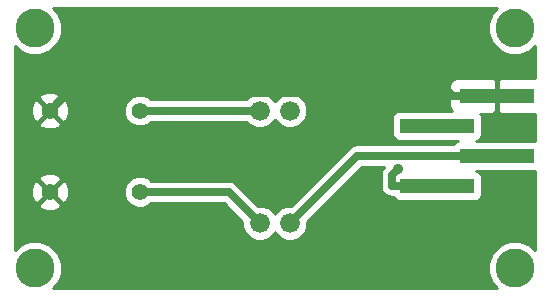
<source format=gtl>
G04 (created by PCBNEW (2013-feb-26)-testing) date Sun 10 Mar 2013 06:05:37 PM PDT*
%MOIN*%
G04 Gerber Fmt 3.4, Leading zero omitted, Abs format*
%FSLAX34Y34*%
G01*
G70*
G90*
G04 APERTURE LIST*
%ADD10C,2.3622e-06*%
%ADD11C,0.13*%
%ADD12R,0.25X0.05*%
%ADD13C,0.066*%
%ADD14C,0.055*%
%ADD15C,0.035*%
%ADD16C,0.025*%
%ADD17C,0.01*%
G04 APERTURE END LIST*
G54D10*
G54D11*
X31000Y-21000D03*
X31000Y-29000D03*
X47000Y-29000D03*
X47000Y-21000D03*
G54D12*
X44402Y-26250D03*
X46398Y-25250D03*
X44402Y-24250D03*
X46398Y-23250D03*
G54D13*
X39500Y-23750D03*
X38500Y-23750D03*
G54D14*
X31500Y-23750D03*
X34500Y-23750D03*
X34500Y-26456D03*
X31500Y-26456D03*
G54D13*
X39500Y-27500D03*
X38500Y-27500D03*
G54D15*
X43112Y-25687D03*
G54D16*
X44402Y-26250D02*
X42902Y-26250D01*
X42902Y-25898D02*
X42902Y-26250D01*
X43112Y-25687D02*
X42902Y-25898D01*
X41750Y-25250D02*
X46397Y-25250D01*
X39500Y-27500D02*
X41750Y-25250D01*
X44826Y-23178D02*
X44897Y-23250D01*
X32071Y-23178D02*
X44826Y-23178D01*
X31500Y-23750D02*
X32071Y-23178D01*
X46397Y-23250D02*
X44897Y-23250D01*
X34500Y-23750D02*
X38500Y-23750D01*
X37456Y-26456D02*
X38500Y-27500D01*
X34500Y-26456D02*
X37456Y-26456D01*
G54D10*
G36*
X47675Y-28402D02*
X47510Y-28237D01*
X47179Y-28100D01*
X46821Y-28099D01*
X46490Y-28236D01*
X46237Y-28489D01*
X46100Y-28820D01*
X46099Y-29178D01*
X46236Y-29509D01*
X46402Y-29675D01*
X32125Y-29675D01*
X32125Y-26332D01*
X32125Y-23625D01*
X32029Y-23395D01*
X32029Y-23395D01*
X31906Y-23379D01*
X31870Y-23414D01*
X31870Y-23343D01*
X31854Y-23220D01*
X31624Y-23125D01*
X31375Y-23124D01*
X31145Y-23220D01*
X31145Y-23220D01*
X31129Y-23343D01*
X31500Y-23714D01*
X31870Y-23343D01*
X31870Y-23414D01*
X31535Y-23750D01*
X31906Y-24120D01*
X32029Y-24104D01*
X32124Y-23874D01*
X32125Y-23625D01*
X32125Y-26332D01*
X32029Y-26102D01*
X32029Y-26102D01*
X31906Y-26086D01*
X31870Y-26121D01*
X31870Y-26050D01*
X31870Y-24156D01*
X31500Y-23785D01*
X31464Y-23820D01*
X31464Y-23750D01*
X31093Y-23379D01*
X30970Y-23395D01*
X30875Y-23625D01*
X30874Y-23874D01*
X30970Y-24104D01*
X30970Y-24104D01*
X31093Y-24120D01*
X31464Y-23750D01*
X31464Y-23820D01*
X31129Y-24156D01*
X31145Y-24279D01*
X31375Y-24374D01*
X31624Y-24375D01*
X31854Y-24279D01*
X31854Y-24279D01*
X31870Y-24156D01*
X31870Y-26050D01*
X31854Y-25926D01*
X31624Y-25831D01*
X31375Y-25831D01*
X31145Y-25926D01*
X31145Y-25926D01*
X31129Y-26050D01*
X31500Y-26421D01*
X31870Y-26050D01*
X31870Y-26121D01*
X31535Y-26456D01*
X31906Y-26827D01*
X32029Y-26810D01*
X32124Y-26581D01*
X32125Y-26332D01*
X32125Y-29675D01*
X31597Y-29675D01*
X31762Y-29510D01*
X31899Y-29179D01*
X31900Y-28821D01*
X31870Y-28750D01*
X31870Y-26862D01*
X31500Y-26492D01*
X31464Y-26527D01*
X31464Y-26456D01*
X31093Y-26086D01*
X30970Y-26102D01*
X30875Y-26332D01*
X30874Y-26580D01*
X30970Y-26810D01*
X30970Y-26810D01*
X31093Y-26827D01*
X31464Y-26456D01*
X31464Y-26527D01*
X31129Y-26862D01*
X31145Y-26986D01*
X31375Y-27081D01*
X31624Y-27081D01*
X31854Y-26986D01*
X31854Y-26986D01*
X31870Y-26862D01*
X31870Y-28750D01*
X31763Y-28490D01*
X31510Y-28237D01*
X31179Y-28100D01*
X30821Y-28099D01*
X30490Y-28236D01*
X30325Y-28402D01*
X30325Y-21597D01*
X30489Y-21762D01*
X30820Y-21899D01*
X31178Y-21900D01*
X31509Y-21763D01*
X31762Y-21510D01*
X31899Y-21179D01*
X31900Y-20821D01*
X31763Y-20490D01*
X31597Y-20325D01*
X46402Y-20325D01*
X46237Y-20489D01*
X46100Y-20820D01*
X46099Y-21178D01*
X46236Y-21509D01*
X46489Y-21762D01*
X46820Y-21899D01*
X47178Y-21900D01*
X47509Y-21763D01*
X47675Y-21597D01*
X47675Y-22650D01*
X47578Y-22649D01*
X46510Y-22650D01*
X46423Y-22737D01*
X46423Y-23225D01*
X46430Y-23225D01*
X46430Y-23275D01*
X46423Y-23275D01*
X46423Y-23762D01*
X46510Y-23850D01*
X47578Y-23850D01*
X47675Y-23849D01*
X47675Y-24750D01*
X47598Y-24749D01*
X45701Y-24749D01*
X45793Y-24712D01*
X45863Y-24641D01*
X45901Y-24549D01*
X45902Y-24450D01*
X45902Y-23950D01*
X45864Y-23858D01*
X45855Y-23850D01*
X46285Y-23850D01*
X46373Y-23762D01*
X46373Y-23275D01*
X46373Y-23225D01*
X46373Y-22737D01*
X46285Y-22650D01*
X45217Y-22649D01*
X45078Y-22650D01*
X44949Y-22703D01*
X44851Y-22802D01*
X44797Y-22930D01*
X44798Y-23137D01*
X44885Y-23225D01*
X46373Y-23225D01*
X46373Y-23275D01*
X44885Y-23275D01*
X44798Y-23362D01*
X44797Y-23569D01*
X44851Y-23698D01*
X44902Y-23749D01*
X43102Y-23749D01*
X43010Y-23787D01*
X42940Y-23858D01*
X42902Y-23950D01*
X42901Y-24049D01*
X42901Y-24549D01*
X42939Y-24641D01*
X43010Y-24711D01*
X43102Y-24749D01*
X43201Y-24750D01*
X45098Y-24750D01*
X45006Y-24787D01*
X44936Y-24858D01*
X44929Y-24875D01*
X41750Y-24875D01*
X41606Y-24903D01*
X41484Y-24984D01*
X40080Y-26389D01*
X40080Y-23635D01*
X39991Y-23421D01*
X39828Y-23258D01*
X39615Y-23170D01*
X39385Y-23169D01*
X39171Y-23258D01*
X39008Y-23421D01*
X39000Y-23441D01*
X38991Y-23421D01*
X38828Y-23258D01*
X38615Y-23170D01*
X38385Y-23169D01*
X38171Y-23258D01*
X38054Y-23375D01*
X34867Y-23375D01*
X34797Y-23305D01*
X34604Y-23225D01*
X34396Y-23224D01*
X34203Y-23304D01*
X34055Y-23452D01*
X33975Y-23645D01*
X33974Y-23853D01*
X34054Y-24047D01*
X34202Y-24194D01*
X34395Y-24274D01*
X34603Y-24275D01*
X34797Y-24195D01*
X34867Y-24125D01*
X38054Y-24125D01*
X38171Y-24241D01*
X38384Y-24329D01*
X38614Y-24330D01*
X38828Y-24241D01*
X38991Y-24078D01*
X38999Y-24058D01*
X39008Y-24078D01*
X39171Y-24241D01*
X39384Y-24329D01*
X39614Y-24330D01*
X39828Y-24241D01*
X39991Y-24078D01*
X40079Y-23865D01*
X40080Y-23635D01*
X40080Y-26389D01*
X39549Y-26920D01*
X39385Y-26919D01*
X39171Y-27008D01*
X39008Y-27171D01*
X39000Y-27191D01*
X38991Y-27171D01*
X38828Y-27008D01*
X38615Y-26920D01*
X38450Y-26919D01*
X37721Y-26191D01*
X37600Y-26110D01*
X37456Y-26081D01*
X34867Y-26081D01*
X34797Y-26011D01*
X34604Y-25931D01*
X34396Y-25931D01*
X34203Y-26011D01*
X34055Y-26158D01*
X33975Y-26351D01*
X33974Y-26560D01*
X34054Y-26753D01*
X34202Y-26901D01*
X34395Y-26981D01*
X34603Y-26981D01*
X34797Y-26902D01*
X34867Y-26831D01*
X37301Y-26831D01*
X37920Y-27450D01*
X37919Y-27614D01*
X38008Y-27828D01*
X38171Y-27991D01*
X38384Y-28079D01*
X38614Y-28080D01*
X38828Y-27991D01*
X38991Y-27828D01*
X38999Y-27808D01*
X39008Y-27828D01*
X39171Y-27991D01*
X39384Y-28079D01*
X39614Y-28080D01*
X39828Y-27991D01*
X39991Y-27828D01*
X40079Y-27615D01*
X40080Y-27450D01*
X41905Y-25625D01*
X42645Y-25625D01*
X42636Y-25633D01*
X42555Y-25754D01*
X42527Y-25898D01*
X42527Y-26250D01*
X42555Y-26393D01*
X42636Y-26515D01*
X42758Y-26596D01*
X42902Y-26625D01*
X42933Y-26625D01*
X42939Y-26641D01*
X43010Y-26711D01*
X43102Y-26749D01*
X43201Y-26750D01*
X45701Y-26750D01*
X45793Y-26712D01*
X45863Y-26641D01*
X45901Y-26549D01*
X45902Y-26450D01*
X45902Y-25950D01*
X45864Y-25858D01*
X45793Y-25788D01*
X45701Y-25750D01*
X45701Y-25750D01*
X47675Y-25750D01*
X47675Y-28402D01*
X47675Y-28402D01*
G37*
G54D17*
X47675Y-28402D02*
X47510Y-28237D01*
X47179Y-28100D01*
X46821Y-28099D01*
X46490Y-28236D01*
X46237Y-28489D01*
X46100Y-28820D01*
X46099Y-29178D01*
X46236Y-29509D01*
X46402Y-29675D01*
X32125Y-29675D01*
X32125Y-26332D01*
X32125Y-23625D01*
X32029Y-23395D01*
X32029Y-23395D01*
X31906Y-23379D01*
X31870Y-23414D01*
X31870Y-23343D01*
X31854Y-23220D01*
X31624Y-23125D01*
X31375Y-23124D01*
X31145Y-23220D01*
X31145Y-23220D01*
X31129Y-23343D01*
X31500Y-23714D01*
X31870Y-23343D01*
X31870Y-23414D01*
X31535Y-23750D01*
X31906Y-24120D01*
X32029Y-24104D01*
X32124Y-23874D01*
X32125Y-23625D01*
X32125Y-26332D01*
X32029Y-26102D01*
X32029Y-26102D01*
X31906Y-26086D01*
X31870Y-26121D01*
X31870Y-26050D01*
X31870Y-24156D01*
X31500Y-23785D01*
X31464Y-23820D01*
X31464Y-23750D01*
X31093Y-23379D01*
X30970Y-23395D01*
X30875Y-23625D01*
X30874Y-23874D01*
X30970Y-24104D01*
X30970Y-24104D01*
X31093Y-24120D01*
X31464Y-23750D01*
X31464Y-23820D01*
X31129Y-24156D01*
X31145Y-24279D01*
X31375Y-24374D01*
X31624Y-24375D01*
X31854Y-24279D01*
X31854Y-24279D01*
X31870Y-24156D01*
X31870Y-26050D01*
X31854Y-25926D01*
X31624Y-25831D01*
X31375Y-25831D01*
X31145Y-25926D01*
X31145Y-25926D01*
X31129Y-26050D01*
X31500Y-26421D01*
X31870Y-26050D01*
X31870Y-26121D01*
X31535Y-26456D01*
X31906Y-26827D01*
X32029Y-26810D01*
X32124Y-26581D01*
X32125Y-26332D01*
X32125Y-29675D01*
X31597Y-29675D01*
X31762Y-29510D01*
X31899Y-29179D01*
X31900Y-28821D01*
X31870Y-28750D01*
X31870Y-26862D01*
X31500Y-26492D01*
X31464Y-26527D01*
X31464Y-26456D01*
X31093Y-26086D01*
X30970Y-26102D01*
X30875Y-26332D01*
X30874Y-26580D01*
X30970Y-26810D01*
X30970Y-26810D01*
X31093Y-26827D01*
X31464Y-26456D01*
X31464Y-26527D01*
X31129Y-26862D01*
X31145Y-26986D01*
X31375Y-27081D01*
X31624Y-27081D01*
X31854Y-26986D01*
X31854Y-26986D01*
X31870Y-26862D01*
X31870Y-28750D01*
X31763Y-28490D01*
X31510Y-28237D01*
X31179Y-28100D01*
X30821Y-28099D01*
X30490Y-28236D01*
X30325Y-28402D01*
X30325Y-21597D01*
X30489Y-21762D01*
X30820Y-21899D01*
X31178Y-21900D01*
X31509Y-21763D01*
X31762Y-21510D01*
X31899Y-21179D01*
X31900Y-20821D01*
X31763Y-20490D01*
X31597Y-20325D01*
X46402Y-20325D01*
X46237Y-20489D01*
X46100Y-20820D01*
X46099Y-21178D01*
X46236Y-21509D01*
X46489Y-21762D01*
X46820Y-21899D01*
X47178Y-21900D01*
X47509Y-21763D01*
X47675Y-21597D01*
X47675Y-22650D01*
X47578Y-22649D01*
X46510Y-22650D01*
X46423Y-22737D01*
X46423Y-23225D01*
X46430Y-23225D01*
X46430Y-23275D01*
X46423Y-23275D01*
X46423Y-23762D01*
X46510Y-23850D01*
X47578Y-23850D01*
X47675Y-23849D01*
X47675Y-24750D01*
X47598Y-24749D01*
X45701Y-24749D01*
X45793Y-24712D01*
X45863Y-24641D01*
X45901Y-24549D01*
X45902Y-24450D01*
X45902Y-23950D01*
X45864Y-23858D01*
X45855Y-23850D01*
X46285Y-23850D01*
X46373Y-23762D01*
X46373Y-23275D01*
X46373Y-23225D01*
X46373Y-22737D01*
X46285Y-22650D01*
X45217Y-22649D01*
X45078Y-22650D01*
X44949Y-22703D01*
X44851Y-22802D01*
X44797Y-22930D01*
X44798Y-23137D01*
X44885Y-23225D01*
X46373Y-23225D01*
X46373Y-23275D01*
X44885Y-23275D01*
X44798Y-23362D01*
X44797Y-23569D01*
X44851Y-23698D01*
X44902Y-23749D01*
X43102Y-23749D01*
X43010Y-23787D01*
X42940Y-23858D01*
X42902Y-23950D01*
X42901Y-24049D01*
X42901Y-24549D01*
X42939Y-24641D01*
X43010Y-24711D01*
X43102Y-24749D01*
X43201Y-24750D01*
X45098Y-24750D01*
X45006Y-24787D01*
X44936Y-24858D01*
X44929Y-24875D01*
X41750Y-24875D01*
X41606Y-24903D01*
X41484Y-24984D01*
X40080Y-26389D01*
X40080Y-23635D01*
X39991Y-23421D01*
X39828Y-23258D01*
X39615Y-23170D01*
X39385Y-23169D01*
X39171Y-23258D01*
X39008Y-23421D01*
X39000Y-23441D01*
X38991Y-23421D01*
X38828Y-23258D01*
X38615Y-23170D01*
X38385Y-23169D01*
X38171Y-23258D01*
X38054Y-23375D01*
X34867Y-23375D01*
X34797Y-23305D01*
X34604Y-23225D01*
X34396Y-23224D01*
X34203Y-23304D01*
X34055Y-23452D01*
X33975Y-23645D01*
X33974Y-23853D01*
X34054Y-24047D01*
X34202Y-24194D01*
X34395Y-24274D01*
X34603Y-24275D01*
X34797Y-24195D01*
X34867Y-24125D01*
X38054Y-24125D01*
X38171Y-24241D01*
X38384Y-24329D01*
X38614Y-24330D01*
X38828Y-24241D01*
X38991Y-24078D01*
X38999Y-24058D01*
X39008Y-24078D01*
X39171Y-24241D01*
X39384Y-24329D01*
X39614Y-24330D01*
X39828Y-24241D01*
X39991Y-24078D01*
X40079Y-23865D01*
X40080Y-23635D01*
X40080Y-26389D01*
X39549Y-26920D01*
X39385Y-26919D01*
X39171Y-27008D01*
X39008Y-27171D01*
X39000Y-27191D01*
X38991Y-27171D01*
X38828Y-27008D01*
X38615Y-26920D01*
X38450Y-26919D01*
X37721Y-26191D01*
X37600Y-26110D01*
X37456Y-26081D01*
X34867Y-26081D01*
X34797Y-26011D01*
X34604Y-25931D01*
X34396Y-25931D01*
X34203Y-26011D01*
X34055Y-26158D01*
X33975Y-26351D01*
X33974Y-26560D01*
X34054Y-26753D01*
X34202Y-26901D01*
X34395Y-26981D01*
X34603Y-26981D01*
X34797Y-26902D01*
X34867Y-26831D01*
X37301Y-26831D01*
X37920Y-27450D01*
X37919Y-27614D01*
X38008Y-27828D01*
X38171Y-27991D01*
X38384Y-28079D01*
X38614Y-28080D01*
X38828Y-27991D01*
X38991Y-27828D01*
X38999Y-27808D01*
X39008Y-27828D01*
X39171Y-27991D01*
X39384Y-28079D01*
X39614Y-28080D01*
X39828Y-27991D01*
X39991Y-27828D01*
X40079Y-27615D01*
X40080Y-27450D01*
X41905Y-25625D01*
X42645Y-25625D01*
X42636Y-25633D01*
X42555Y-25754D01*
X42527Y-25898D01*
X42527Y-26250D01*
X42555Y-26393D01*
X42636Y-26515D01*
X42758Y-26596D01*
X42902Y-26625D01*
X42933Y-26625D01*
X42939Y-26641D01*
X43010Y-26711D01*
X43102Y-26749D01*
X43201Y-26750D01*
X45701Y-26750D01*
X45793Y-26712D01*
X45863Y-26641D01*
X45901Y-26549D01*
X45902Y-26450D01*
X45902Y-25950D01*
X45864Y-25858D01*
X45793Y-25788D01*
X45701Y-25750D01*
X45701Y-25750D01*
X47675Y-25750D01*
X47675Y-28402D01*
M02*

</source>
